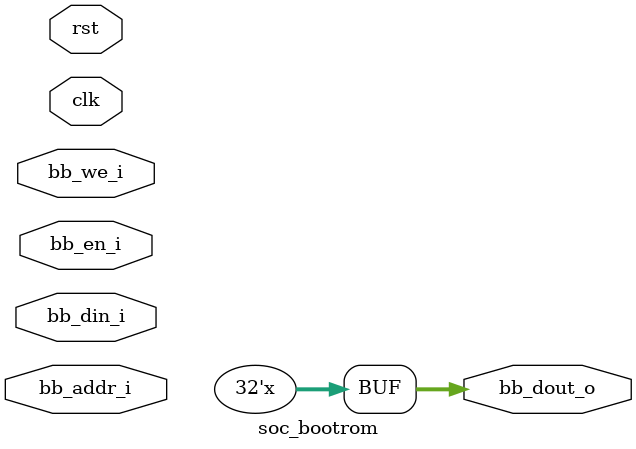
<source format=sv>

/* Copyright (c) 2019-2020 by the author(s)
 *
 * Permission is hereby granted, free of charge, to any person obtaining a copy
 * of this software and associated documentation files (the "Software"), to deal
 * in the Software without restriction, including without limitation the rights
 * to use, copy, modify, merge, publish, distribute, sublicense, and/or sell
 * copies of the Software, and to permit persons to whom the Software is
 * furnished to do so, subject to the following conditions:
 *
 * The above copyright notice and this permission notice shall be included in
 * all copies or substantial portions of the Software.
 *
 * THE SOFTWARE IS PROVIDED "AS IS", WITHOUT WARRANTY OF ANY KIND, EXPRESS OR
 * IMPLIED, INCLUDING BUT NOT LIMITED TO THE WARRANTIES OF MERCHANTABILITY,
 * FITNESS FOR A PARTICULAR PURPOSE AND NONINFRINGEMENT. IN NO EVENT SHALL THE
 * AUTHORS OR COPYRIGHT HOLDERS BE LIABLE FOR ANY CLAIM, DAMAGES OR OTHER
 * LIABILITY, WHETHER IN AN ACTION OF CONTRACT, TORT OR OTHERWISE, ARISING FROM,
 * OUT OF OR IN CONNECTION WITH THE SOFTWARE OR THE USE OR OTHER DEALINGS IN
 * THE SOFTWARE.
 *
 * =============================================================================
 * Author(s):
 *   Paco Reina Campo <pacoreinacampo@queenfield.tech>
 */

module soc_bootrom #(
  parameter AW = 32,
  parameter DW = 32
) (
  input clk,
  input rst,


  input [AW-1:0] bb_addr_i,
  input [DW-1:0] bb_din_i,
  input          bb_en_i,
  input          bb_we_i,

  output reg [DW-1:0] bb_dout_o
);

  //////////////////////////////////////////////////////////////////////////////
  // Module Body
  //////////////////////////////////////////////////////////////////////////////
  always @(*) begin
    case (bb_addr_i[7:2])
      `include "soc_bootrom_code.sv"
      default: bb_dout_o = 32'hx;
    endcase
  end
endmodule

</source>
